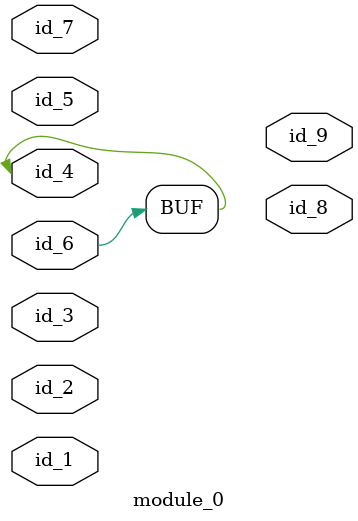
<source format=v>
module module_0 (
    id_1,
    id_2,
    id_3,
    id_4,
    id_5,
    id_6,
    id_7,
    id_8,
    id_9
);
  output id_9;
  output id_8;
  input id_7;
  input id_6;
  input id_5;
  inout id_4;
  input id_3;
  inout id_2;
  input id_1;
  assign id_4 = id_6;
endmodule

</source>
